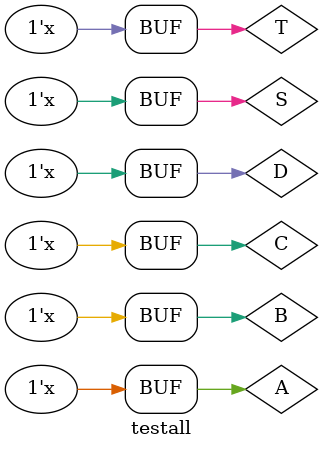
<source format=v>
`timescale 1ns/1ps

module mux4_2_1_struct(input A,B,C,D,input S,T,output O);
  wire nS, nT;
  not (nS,S); not(nT,T);
  wire p1,p2,p3,p4;
  and (p1, nS, nT, A);
  and (p2, nS,  T, B);
  and (p3,  S, nT, C);
  and (p4,  S,  T, D);
  or  (O, p1,p2,p3,p4);
endmodule

module mux4_2_1_equations(input A,B,C,D,input S,T,output O);
  assign O = (~S) ? ((~T)?A:B) : ((~T)?C:D);
endmodule

module mux4_2_1_behavioral(input A,B,C,D,input S,T,output reg O);
  always @(*) begin
    case ({S,T})
      2'b00: O=A;
      2'b01: O=B;
      2'b10: O=C;
      2'b11: O=D;
    endcase
  end
endmodule

module testall;
  reg A,B,C,D;
  reg S,T;
  wire O1,O2,O3;

  mux4_2_1_struct     i0 (A,B,C,D,S,T,O1);
  mux4_2_1_equations  i1 (A,B,C,D,S,T,O2);
  mux4_2_1_behavioral i2 (A,B,C,D,S,T,O3);

  initial begin A=0;B=0;C=0;D=0;S=0;T=0; end
  always #20  A=~A;
  always #40  B=~B;
  always #80  C=~C;
  always #160 D=~D;

  always #1000 T=~T;
  always #2000 S=~S;
endmodule

</source>
